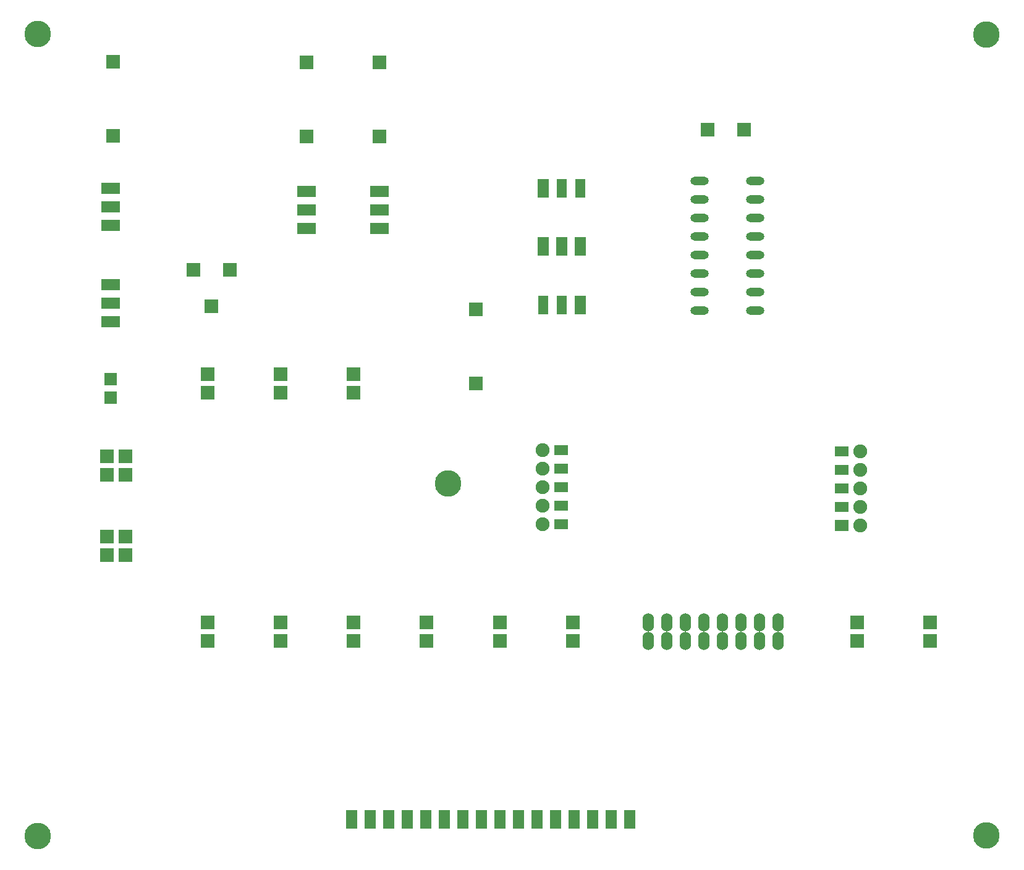
<source format=gbr>
%TF.GenerationSoftware,KiCad,Pcbnew,8.0.6*%
%TF.CreationDate,2025-02-16T20:33:08+01:00*%
%TF.ProjectId,LCD_PCF_v4,4c43445f-5043-4465-9f76-342e6b696361,rev?*%
%TF.SameCoordinates,Original*%
%TF.FileFunction,Copper,L1,Top*%
%TF.FilePolarity,Positive*%
%FSLAX46Y46*%
G04 Gerber Fmt 4.6, Leading zero omitted, Abs format (unit mm)*
G04 Created by KiCad (PCBNEW 8.0.6) date 2025-02-16 20:33:08*
%MOMM*%
%LPD*%
G01*
G04 APERTURE LIST*
%TA.AperFunction,ComponentPad*%
%ADD10R,1.905000X1.905000*%
%TD*%
%TA.AperFunction,ComponentPad*%
%ADD11R,1.524000X2.540000*%
%TD*%
%TA.AperFunction,ComponentPad*%
%ADD12R,1.700000X1.700000*%
%TD*%
%TA.AperFunction,ComponentPad*%
%ADD13R,2.540000X1.524000*%
%TD*%
%TA.AperFunction,ComponentPad*%
%ADD14R,1.905000X1.397000*%
%TD*%
%TA.AperFunction,ComponentPad*%
%ADD15R,1.905000X1.524000*%
%TD*%
%TA.AperFunction,ComponentPad*%
%ADD16C,1.905000*%
%TD*%
%TA.AperFunction,ComponentPad*%
%ADD17O,1.905000X1.905000*%
%TD*%
%TA.AperFunction,ComponentPad*%
%ADD18R,1.397000X2.540000*%
%TD*%
%TA.AperFunction,ComponentPad*%
%ADD19O,2.540000X1.143000*%
%TD*%
%TA.AperFunction,ComponentPad*%
%ADD20O,1.524000X2.540000*%
%TD*%
%TA.AperFunction,ViaPad*%
%ADD21C,3.635000*%
%TD*%
G04 APERTURE END LIST*
D10*
%TO.P,J11,1,Pin_1*%
%TO.N,Net-(J11-Pin_1)*%
X60300000Y-64740000D03*
%TO.P,J11,2,Pin_2*%
X60300000Y-67280000D03*
%TD*%
%TO.P,J23,1,Pin_1*%
%TO.N,GND*%
X29000000Y-87000000D03*
%TO.P,J23,2,Pin_2*%
X26460000Y-87000000D03*
%TO.P,J23,3,Pin_3*%
X29000000Y-89540000D03*
%TO.P,J23,4,Pin_4*%
X26460000Y-89540000D03*
%TD*%
%TO.P,R4,1*%
%TO.N,Net-(J18-Pin_1)*%
X27300000Y-32080000D03*
%TO.P,R4,2*%
%TO.N,VCC*%
X27300000Y-21920000D03*
%TD*%
%TO.P,J25,1,Pin_1*%
%TO.N,VCC*%
X50300000Y-64740000D03*
%TO.P,J25,2,Pin_2*%
X50300000Y-67280000D03*
%TD*%
D11*
%TO.P,J13,1,Pin_1*%
%TO.N,GND*%
X86300000Y-47280000D03*
%TO.P,J13,2,Pin_2*%
%TO.N,Net-(J13-Pin_2)*%
X88840000Y-47280000D03*
%TO.P,J13,3,Pin_3*%
%TO.N,Net-(J12-Pin_3)*%
X91380000Y-47280000D03*
%TD*%
D10*
%TO.P,C1,1*%
%TO.N,GND*%
X108800000Y-31280000D03*
%TO.P,C1,2*%
%TO.N,VCC*%
X113800000Y-31280000D03*
%TD*%
%TO.P,J5,1,Pin_1*%
%TO.N,Net-(J1-Pin_6)*%
X90300000Y-98850000D03*
%TO.P,J5,2,Pin_2*%
X90300000Y-101390000D03*
%TD*%
D12*
%TO.P,J19,1,Pin_1*%
%TO.N,Net-(J18-Pin_2)*%
X27000000Y-65460000D03*
%TO.P,J19,2,Pin_2*%
%TO.N,GND*%
X27000000Y-68000000D03*
%TD*%
D10*
%TO.P,J22,1,Pin_1*%
%TO.N,VCC*%
X29000000Y-76000000D03*
%TO.P,J22,2,Pin_2*%
X26460000Y-76000000D03*
%TO.P,J22,3,Pin_3*%
X29000000Y-78540000D03*
%TO.P,J22,4,Pin_4*%
X26460000Y-78540000D03*
%TD*%
D13*
%TO.P,J18,1,Pin_1*%
%TO.N,Net-(J18-Pin_1)*%
X27000000Y-52460000D03*
%TO.P,J18,2,Pin_2*%
%TO.N,Net-(J18-Pin_2)*%
X27000000Y-55000000D03*
%TO.P,J18,3,Pin_3*%
X27000000Y-57540000D03*
%TD*%
D14*
%TO.P,J20,1,Pin_1*%
%TO.N,/PCF_SIGNAL_BUS7*%
X127130000Y-75390000D03*
%TO.P,J20,2,Pin_2*%
%TO.N,/PCF_SIGNAL_BUS5*%
X127130000Y-77930000D03*
%TO.P,J20,3,Pin_3*%
%TO.N,/PCF_SIGNAL_BUS3*%
X127130000Y-80470000D03*
%TO.P,J20,4,Pin_4*%
%TO.N,/PCF_SIGNAL_BUS1*%
X127130000Y-83010000D03*
D15*
%TO.P,J20,5,Pin_5*%
%TO.N,unconnected-(J20-Pin_5-Pad5)*%
X127130000Y-85550000D03*
D16*
%TO.P,J20,6,Pin_6*%
%TO.N,unconnected-(J20-Pin_6-Pad6)*%
X129670000Y-85550000D03*
%TO.P,J20,7,Pin_7*%
%TO.N,/PCF_SIGNAL_BUS0*%
X129670000Y-83010000D03*
D17*
%TO.P,J20,8,Pin_8*%
%TO.N,/PCF_SIGNAL_BUS2*%
X129670000Y-80470000D03*
D16*
%TO.P,J20,9,Pin_9*%
%TO.N,/PCF_SIGNAL_BUS4*%
X129670000Y-77930000D03*
%TO.P,J20,10,Pin_10*%
%TO.N,/PCF_SIGNAL_BUS6*%
X129670000Y-75390000D03*
%TD*%
D10*
%TO.P,R2,1*%
%TO.N,VCC*%
X53800000Y-22000000D03*
%TO.P,R2,2*%
%TO.N,Net-(J16-Pin_1)*%
X53800000Y-32160000D03*
%TD*%
D16*
%TO.P,J21,1,Pin_1*%
%TO.N,/PCF_CONN_BUS7*%
X86190000Y-75190000D03*
D17*
%TO.P,J21,2,Pin_2*%
%TO.N,/PCF_CONN_BUS5*%
X86190000Y-77730000D03*
%TO.P,J21,3,Pin_3*%
%TO.N,/PCF_CONN_BUS3*%
X86190000Y-80270000D03*
%TO.P,J21,4,Pin_4*%
%TO.N,/PCF_CONN_BUS1*%
X86190000Y-82810000D03*
%TO.P,J21,5,Pin_5*%
%TO.N,unconnected-(J21-Pin_5-Pad5)*%
X86190000Y-85350000D03*
D14*
%TO.P,J21,6,Pin_6*%
%TO.N,unconnected-(J21-Pin_6-Pad6)*%
X88730000Y-85350000D03*
%TO.P,J21,7,Pin_7*%
%TO.N,/PCF_CONN_BUS0*%
X88730000Y-82810000D03*
%TO.P,J21,8,Pin_8*%
%TO.N,/PCF_CONN_BUS2*%
X88730000Y-80270000D03*
%TO.P,J21,9,Pin_9*%
%TO.N,/PCF_CONN_BUS4*%
X88730000Y-77730000D03*
%TO.P,J21,10,Pin_10*%
%TO.N,/PCF_CONN_BUS6*%
X88730000Y-75190000D03*
%TD*%
D10*
%TO.P,J9,1,Pin_1*%
%TO.N,Net-(J1-Pin_2)*%
X50300000Y-98840000D03*
%TO.P,J9,2,Pin_2*%
X50300000Y-101380000D03*
%TD*%
D11*
%TO.P,J12,1,Pin_1*%
%TO.N,GND*%
X86300000Y-39280000D03*
D18*
%TO.P,J12,2,Pin_2*%
%TO.N,Net-(J12-Pin_2)*%
X88840000Y-39280000D03*
%TO.P,J12,3,Pin_3*%
%TO.N,Net-(J12-Pin_3)*%
X91380000Y-39280000D03*
%TD*%
D11*
%TO.P,J1,1,Pin_1*%
%TO.N,Net-(J1-Pin_1)*%
X59985000Y-125800000D03*
%TO.P,J1,2,Pin_2*%
%TO.N,Net-(J1-Pin_2)*%
X62525000Y-125800000D03*
%TO.P,J1,3,Pin_3*%
%TO.N,Net-(J1-Pin_3)*%
X65065000Y-125800000D03*
%TO.P,J1,4,Pin_4*%
%TO.N,Net-(J1-Pin_4)*%
X67605000Y-125800000D03*
%TO.P,J1,5,Pin_5*%
%TO.N,Net-(J1-Pin_5)*%
X70145000Y-125800000D03*
%TO.P,J1,6,Pin_6*%
%TO.N,Net-(J1-Pin_6)*%
X72685000Y-125800000D03*
%TO.P,J1,7,Pin_7*%
%TO.N,/PCF_CONN_BUS0*%
X75225000Y-125800000D03*
%TO.P,J1,8,Pin_8*%
%TO.N,/PCF_CONN_BUS1*%
X77765000Y-125800000D03*
%TO.P,J1,9,Pin_9*%
%TO.N,/PCF_CONN_BUS2*%
X80305000Y-125800000D03*
%TO.P,J1,10,Pin_10*%
%TO.N,/PCF_CONN_BUS3*%
X82845000Y-125800000D03*
%TO.P,J1,11,Pin_11*%
%TO.N,/PCF_CONN_BUS4*%
X85385000Y-125800000D03*
%TO.P,J1,12,Pin_12*%
%TO.N,/PCF_CONN_BUS5*%
X87925000Y-125800000D03*
%TO.P,J1,13,Pin_13*%
%TO.N,/PCF_CONN_BUS6*%
X90465000Y-125800000D03*
%TO.P,J1,14,Pin_14*%
%TO.N,/PCF_CONN_BUS7*%
X93005000Y-125800000D03*
%TO.P,J1,15,Pin_15*%
%TO.N,Net-(J1-Pin_15)*%
X95545000Y-125800000D03*
%TO.P,J1,16,Pin_16*%
%TO.N,Net-(J1-Pin_16)*%
X98085000Y-125800000D03*
%TD*%
D19*
%TO.P,U1,1,A0*%
%TO.N,Net-(J12-Pin_2)*%
X107680000Y-38280000D03*
%TO.P,U1,2,A1*%
%TO.N,Net-(J13-Pin_2)*%
X107680000Y-40820000D03*
%TO.P,U1,3,A2*%
%TO.N,Net-(J14-Pin_2)*%
X107680000Y-43360000D03*
%TO.P,U1,4,P0*%
%TO.N,/PCF_SIGNAL_BUS0*%
X107680000Y-45900000D03*
%TO.P,U1,5,P1*%
%TO.N,/PCF_SIGNAL_BUS1*%
X107680000Y-48440000D03*
%TO.P,U1,6,P2*%
%TO.N,/PCF_SIGNAL_BUS2*%
X107680000Y-50980000D03*
%TO.P,U1,7,P3*%
%TO.N,/PCF_SIGNAL_BUS3*%
X107680000Y-53520000D03*
%TO.P,U1,8,VSS*%
%TO.N,GND*%
X107680000Y-56060000D03*
%TO.P,U1,9,P4*%
%TO.N,/PCF_SIGNAL_BUS4*%
X115300000Y-56060000D03*
%TO.P,U1,10,P5*%
%TO.N,/PCF_SIGNAL_BUS5*%
X115300000Y-53520000D03*
%TO.P,U1,11,P6*%
%TO.N,/PCF_SIGNAL_BUS6*%
X115300000Y-50980000D03*
%TO.P,U1,12,P7*%
%TO.N,/PCF_SIGNAL_BUS7*%
X115300000Y-48440000D03*
%TO.P,U1,13,~{INT}*%
%TO.N,Net-(J18-Pin_2)*%
X115300000Y-45900000D03*
%TO.P,U1,14,SCL*%
%TO.N,Net-(J15-Pin_1)*%
X115300000Y-43360000D03*
%TO.P,U1,15,SDA*%
%TO.N,Net-(J15-Pin_2)*%
X115300000Y-40820000D03*
%TO.P,U1,16,VDD*%
%TO.N,VCC*%
X115300000Y-38280000D03*
%TD*%
D10*
%TO.P,J10,1,Pin_1*%
%TO.N,Net-(J1-Pin_1)*%
X40300000Y-98840000D03*
%TO.P,J10,2,Pin_2*%
X40300000Y-101380000D03*
%TD*%
D13*
%TO.P,J17,1,Pin_1*%
%TO.N,Net-(J17-Pin_1)*%
X63800000Y-39740000D03*
%TO.P,J17,2,Pin_2*%
%TO.N,Net-(J15-Pin_1)*%
X63800000Y-42280000D03*
%TO.P,J17,3,Pin_3*%
X63800000Y-44820000D03*
%TD*%
%TO.P,J15,1,Pin_1*%
%TO.N,Net-(J15-Pin_2)*%
X26975000Y-39250000D03*
%TO.P,J15,2,Pin_2*%
%TO.N,Net-(J15-Pin_1)*%
X26975000Y-41790000D03*
%TO.P,J15,3,Pin_3*%
%TO.N,GND*%
X26975000Y-44330000D03*
%TD*%
D10*
%TO.P,J24,1,Pin_1*%
%TO.N,GND*%
X40300000Y-64740000D03*
%TO.P,J24,2,Pin_2*%
X40300000Y-67280000D03*
%TD*%
D18*
%TO.P,J14,1,Pin_1*%
%TO.N,GND*%
X86295000Y-55280000D03*
%TO.P,J14,2,Pin_2*%
%TO.N,Net-(J14-Pin_2)*%
X88835000Y-55280000D03*
D11*
%TO.P,J14,3,Pin_3*%
%TO.N,Net-(J12-Pin_3)*%
X91375000Y-55280000D03*
%TD*%
D10*
%TO.P,J8,1,Pin_1*%
%TO.N,Net-(J1-Pin_3)*%
X60300000Y-98840000D03*
%TO.P,J8,2,Pin_2*%
X60300000Y-101380000D03*
%TD*%
%TO.P,R3,1*%
%TO.N,VCC*%
X63800000Y-22000000D03*
%TO.P,R3,2*%
%TO.N,Net-(J17-Pin_1)*%
X63800000Y-32160000D03*
%TD*%
%TO.P,R1,1*%
%TO.N,VCC*%
X77000000Y-66000000D03*
%TO.P,R1,2*%
%TO.N,Net-(J12-Pin_3)*%
X77000000Y-55840000D03*
%TD*%
D13*
%TO.P,J16,1,Pin_1*%
%TO.N,Net-(J16-Pin_1)*%
X53825000Y-39740000D03*
%TO.P,J16,2,Pin_2*%
%TO.N,Net-(J15-Pin_2)*%
X53825000Y-42280000D03*
%TO.P,J16,3,Pin_3*%
X53825000Y-44820000D03*
%TD*%
D20*
%TO.P,J2,1,Pin_1*%
%TO.N,/PCF_CONN_BUS0*%
X100680000Y-101340000D03*
%TO.P,J2,2,Pin_2*%
%TO.N,/PCF_CONN_BUS1*%
X103220000Y-101340000D03*
%TO.P,J2,3,Pin_3*%
%TO.N,/PCF_CONN_BUS2*%
X105760000Y-101340000D03*
%TO.P,J2,4,Pin_4*%
%TO.N,/PCF_CONN_BUS3*%
X108300000Y-101340000D03*
%TO.P,J2,5,Pin_5*%
%TO.N,/PCF_CONN_BUS4*%
X110840000Y-101340000D03*
%TO.P,J2,6,Pin_6*%
%TO.N,/PCF_CONN_BUS5*%
X113380000Y-101340000D03*
%TO.P,J2,7,Pin_7*%
%TO.N,/PCF_CONN_BUS6*%
X115920000Y-101340000D03*
%TO.P,J2,8,Pin_8*%
%TO.N,/PCF_CONN_BUS7*%
X118460000Y-101340000D03*
%TO.P,J2,9,Pin_9*%
X118460000Y-98800000D03*
%TO.P,J2,10,Pin_10*%
%TO.N,/PCF_CONN_BUS6*%
X115920000Y-98800000D03*
%TO.P,J2,11,Pin_11*%
%TO.N,/PCF_CONN_BUS5*%
X113380000Y-98800000D03*
%TO.P,J2,12,Pin_12*%
%TO.N,/PCF_CONN_BUS4*%
X110840000Y-98800000D03*
%TO.P,J2,13,Pin_13*%
%TO.N,/PCF_CONN_BUS3*%
X108300000Y-98800000D03*
%TO.P,J2,14,Pin_14*%
%TO.N,/PCF_CONN_BUS2*%
X105760000Y-98800000D03*
%TO.P,J2,15,Pin_15*%
%TO.N,/PCF_CONN_BUS1*%
X103220000Y-98800000D03*
%TO.P,J2,16,Pin_16*%
%TO.N,/PCF_CONN_BUS0*%
X100680000Y-98800000D03*
%TD*%
D10*
%TO.P,J7,1,Pin_1*%
%TO.N,Net-(J1-Pin_4)*%
X70300000Y-98840000D03*
%TO.P,J7,2,Pin_2*%
X70300000Y-101380000D03*
%TD*%
%TO.P,J4,1,Pin_1*%
%TO.N,Net-(J1-Pin_16)*%
X139300000Y-98840000D03*
%TO.P,J4,2,Pin_2*%
X139300000Y-101380000D03*
%TD*%
%TO.P,J3,1,Pin_1*%
%TO.N,Net-(J1-Pin_15)*%
X129300000Y-98840000D03*
%TO.P,J3,2,Pin_2*%
X129300000Y-101380000D03*
%TD*%
%TO.P,RV1,1,1*%
%TO.N,VCC*%
X43300000Y-50500000D03*
%TO.P,RV1,2,2*%
%TO.N,Net-(J11-Pin_1)*%
X40800000Y-55500000D03*
%TO.P,RV1,3,3*%
%TO.N,GND*%
X38300000Y-50500000D03*
%TD*%
%TO.P,J6,1,Pin_1*%
%TO.N,Net-(J1-Pin_5)*%
X80300000Y-98840000D03*
%TO.P,J6,2,Pin_2*%
X80300000Y-101380000D03*
%TD*%
D21*
%TO.N,*%
X17000000Y-18100000D03*
X147000000Y-128000000D03*
X17000000Y-128100000D03*
X73250000Y-79750000D03*
X147000000Y-18200000D03*
%TD*%
M02*

</source>
